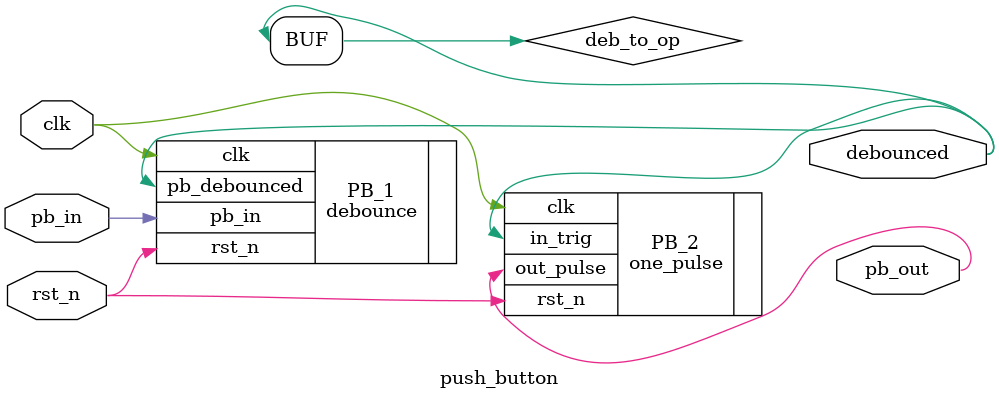
<source format=v>
`timescale 1ns / 1ps
module push_button(
	clk,
	rst_n,
	pb_in,
	pb_out,
	debounced
);

	//Defs
	input clk;
	input rst_n;
	input pb_in;
	output pb_out;
	output reg debounced;
	
	wire deb_to_op;
	
	//Module Connection
debounce PB_1(
	.clk(clk),
	.rst_n(rst_n),
	.pb_in(pb_in),
	.pb_debounced(deb_to_op)
);

one_pulse PB_2(
	.clk(clk),
	.rst_n(rst_n),
	.in_trig(debounced),
	.out_pulse(pb_out)
);

always@*
	debounced=deb_to_op;

endmodule

</source>
